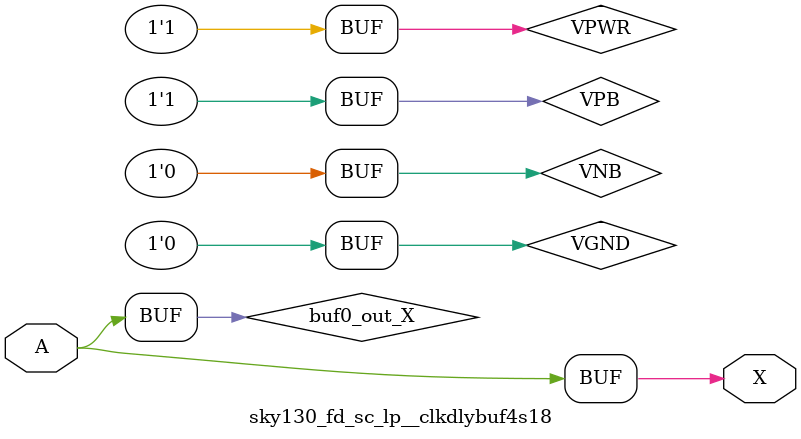
<source format=v>
/*
 * Copyright 2020 The SkyWater PDK Authors
 *
 * Licensed under the Apache License, Version 2.0 (the "License");
 * you may not use this file except in compliance with the License.
 * You may obtain a copy of the License at
 *
 *     https://www.apache.org/licenses/LICENSE-2.0
 *
 * Unless required by applicable law or agreed to in writing, software
 * distributed under the License is distributed on an "AS IS" BASIS,
 * WITHOUT WARRANTIES OR CONDITIONS OF ANY KIND, either express or implied.
 * See the License for the specific language governing permissions and
 * limitations under the License.
 *
 * SPDX-License-Identifier: Apache-2.0
*/


`ifndef SKY130_FD_SC_LP__CLKDLYBUF4S18_TIMING_V
`define SKY130_FD_SC_LP__CLKDLYBUF4S18_TIMING_V

/**
 * clkdlybuf4s18: Clock Delay Buffer 4-stage 0.18um length inner stage
 *                gates.
 *
 * Verilog simulation timing model.
 */

`timescale 1ns / 1ps
`default_nettype none

`celldefine
module sky130_fd_sc_lp__clkdlybuf4s18 (
    X,
    A
);

    // Module ports
    output X;
    input  A;

    // Module supplies
    supply1 VPWR;
    supply0 VGND;
    supply1 VPB ;
    supply0 VNB ;

    // Local signals
    wire buf0_out_X;

    //  Name  Output      Other arguments
    buf buf0 (buf0_out_X, A              );
    buf buf1 (X         , buf0_out_X     );

endmodule
`endcelldefine

`default_nettype wire
`endif  // SKY130_FD_SC_LP__CLKDLYBUF4S18_TIMING_V

</source>
